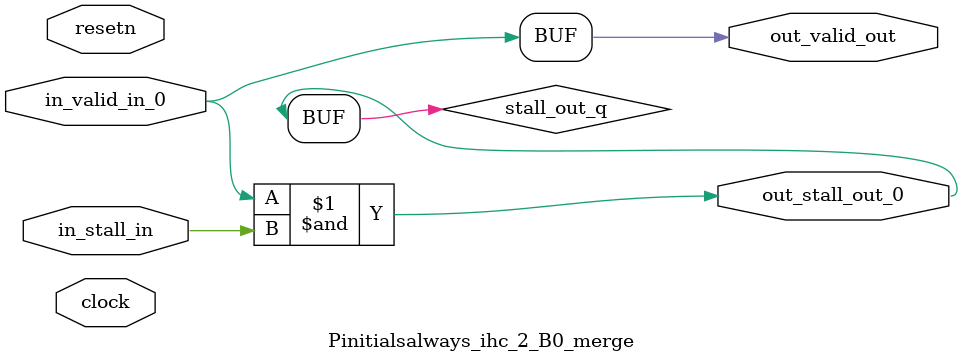
<source format=sv>



(* altera_attribute = "-name AUTO_SHIFT_REGISTER_RECOGNITION OFF; -name MESSAGE_DISABLE 10036; -name MESSAGE_DISABLE 10037; -name MESSAGE_DISABLE 14130; -name MESSAGE_DISABLE 14320; -name MESSAGE_DISABLE 15400; -name MESSAGE_DISABLE 14130; -name MESSAGE_DISABLE 10036; -name MESSAGE_DISABLE 12020; -name MESSAGE_DISABLE 12030; -name MESSAGE_DISABLE 12010; -name MESSAGE_DISABLE 12110; -name MESSAGE_DISABLE 14320; -name MESSAGE_DISABLE 13410; -name MESSAGE_DISABLE 113007; -name MESSAGE_DISABLE 10958" *)
module Pinitialsalways_ihc_2_B0_merge (
    input wire [0:0] in_stall_in,
    input wire [0:0] in_valid_in_0,
    output wire [0:0] out_stall_out_0,
    output wire [0:0] out_valid_out,
    input wire clock,
    input wire resetn
    );

    wire [0:0] stall_out_q;


    // stall_out(LOGICAL,6)
    assign stall_out_q = in_valid_in_0 & in_stall_in;

    // out_stall_out_0(GPOUT,4)
    assign out_stall_out_0 = stall_out_q;

    // out_valid_out(GPOUT,5)
    assign out_valid_out = in_valid_in_0;

endmodule

</source>
